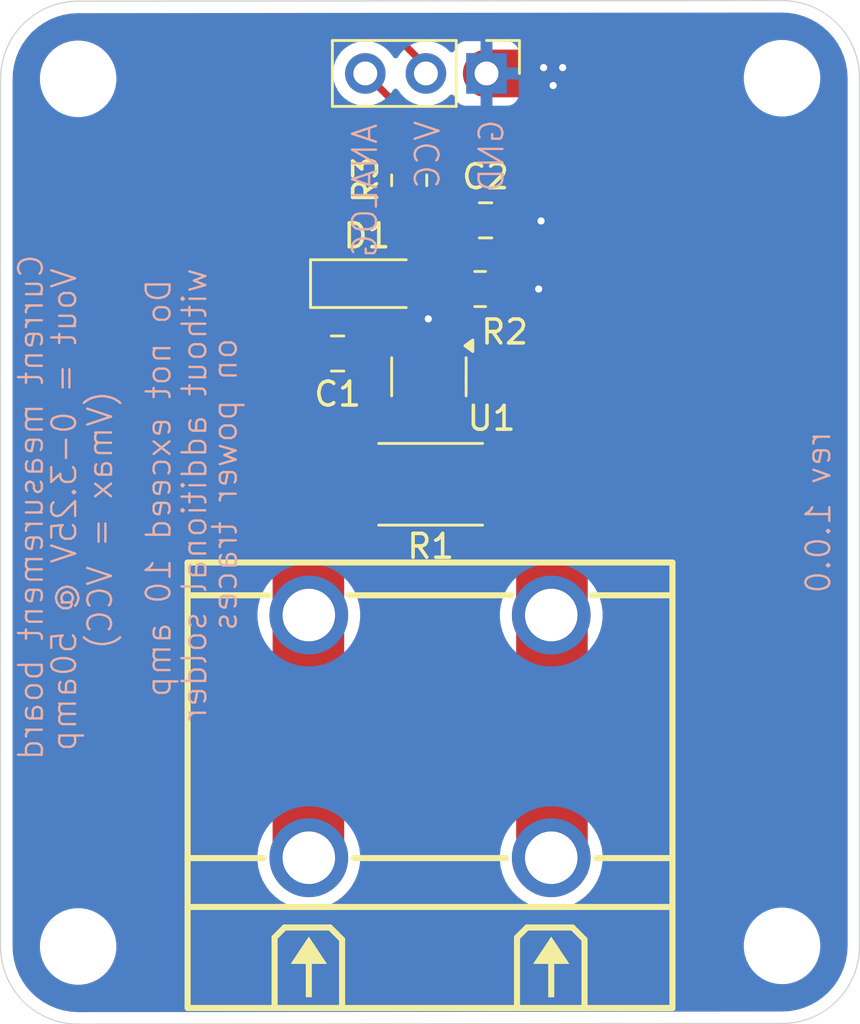
<source format=kicad_pcb>
(kicad_pcb (version 20241229) (generator "pcbnew") (generator_version "9.0")
  (layers (0 "F.Cu" signal) (2 "B.Cu" power) (13 "F.Paste" user) (15 "B.Paste" user) (5 "F.SilkS" user "F.Silkscreen") (7 "B.SilkS" user "B.Silkscreen") (1 "F.Mask" user) (3 "B.Mask" user) (25 "Edge.Cuts" user))
  (net 0 "")
  (net 1 "/Vin+")
  (net 2 "GND")
  (net 3 "Net-(D1-A)")
  (net 4 "VCC")
  (net 5 "/Vin-")
  (net 6 "/ANALOG_OUT")
  (footprint "Diode_SMD:D_SOD-123" (layer "F.Cu") (at 147.217889 103.195)
    (property "Reference" "D1" (at 0 -2 0) (layer "F.SilkS"))
    (property "Value" "D_Schottky" (hide yes))
    (fp_line (start -2.36 -1) (end -2.36 1) (stroke (width 0.12)) (layer "F.SilkS"))
    (fp_line (start -2.36 -1) (end 1.65 -1) (stroke (width 0.12)) (layer "F.SilkS"))
    (fp_line (start -2.36 1) (end 1.65 1) (stroke (width 0.12)) (layer "F.SilkS"))
    (pad "1" smd roundrect (at -1.65 0) (size 0.9 1.2) (layers "F.Cu" "F.Mask" "F.Paste") (net 4 "VCC"))
    (pad "2" smd roundrect (at 1.65 0) (size 0.9 1.2) (layers "F.Cu" "F.Mask" "F.Paste") (net 3 "Net-(D1-A)"))
  )
  (footprint "Capacitor_SMD:C_0805_2012Metric" (layer "F.Cu") (at 145.992889 106.12 180)
    (property "Reference" "C1" (at 0 -1.7 0) (layer "F.SilkS"))
    (property "Value" "100n" (hide yes))
    (fp_line (start -0.261252 0.735) (end 0.261252 0.735) (stroke (width 0.12)) (layer "F.SilkS"))
    (fp_line (start -0.261252 -0.735) (end 0.261252 -0.735) (stroke (width 0.12)) (layer "F.SilkS"))
    (pad "1" smd roundrect (at -0.95 0 180) (size 1 1.45) (layers "F.Cu" "F.Mask" "F.Paste") (net 1 "/Vin+"))
    (pad "2" smd roundrect (at 0.95 0 180) (size 1 1.45) (layers "F.Cu" "F.Mask" "F.Paste") (net 2 "GND"))
  )
  (footprint "Resistor_SMD:R_0805_2012Metric" (layer "F.Cu") (at 148.992889 98.87 -90)
    (property "Reference" "R3" (at -0.025 1.825 270) (layer "F.SilkS"))
    (property "Value" "220" (hide yes))
    (fp_line (start -0.227064 0.735) (end 0.227064 0.735) (stroke (width 0.12)) (layer "F.SilkS"))
    (fp_line (start -0.227064 -0.735) (end 0.227064 -0.735) (stroke (width 0.12)) (layer "F.SilkS"))
    (pad "1" smd roundrect (at -0.9125 0 270) (size 1.025 1.4) (layers "F.Cu" "F.Mask" "F.Paste") (roundrect_rratio 0.243902) (net 6 "/ANALOG_OUT"))
    (pad "2" smd roundrect (at 0.9125 0 270) (size 1.025 1.4) (layers "F.Cu" "F.Mask" "F.Paste") (roundrect_rratio 0.243902) (net 3 "Net-(D1-A)"))
  )
  (footprint "Resistor_SMD:R_0805_2012Metric" (layer "F.Cu") (at 151.967889 103.42)
    (property "Reference" "R2" (at 1.025 1.8 0) (layer "F.SilkS"))
    (property "Value" "130k" (hide yes))
    (fp_line (start -0.227064 -0.735) (end 0.227064 -0.735) (stroke (width 0.12)) (layer "F.SilkS"))
    (fp_line (start -0.227064 0.735) (end 0.227064 0.735) (stroke (width 0.12)) (layer "F.SilkS"))
    (pad "1" smd roundrect (at -0.9125 0) (size 1.025 1.4) (layers "F.Cu" "F.Mask" "F.Paste") (roundrect_rratio 0.243902) (net 3 "Net-(D1-A)"))
    (pad "2" smd roundrect (at 0.9125 0) (size 1.025 1.4) (layers "F.Cu" "F.Mask" "F.Paste") (roundrect_rratio 0.243902) (net 2 "GND"))
  )
  (footprint "Package_TO_SOT_SMD:SOT-23-5" (layer "F.Cu") (at 149.817889 107.095 -90)
    (property "Reference" "U1" (at 1.7375 -2.625 180) (layer "F.SilkS"))
    (property "Value" "INA169" (hide yes))
    (fp_line (start 0 1.56) (end -0.8 1.56) (stroke (width 0.12)) (layer "F.SilkS"))
    (fp_line (start 0 1.56) (end 0.8 1.56) (stroke (width 0.12)) (layer "F.SilkS"))
    (fp_line (start 0 -1.56) (end -0.8 -1.56) (stroke (width 0.12)) (layer "F.SilkS"))
    (fp_line (start 0 -1.56) (end 0.8 -1.56) (stroke (width 0.12)) (layer "F.SilkS"))
    (fp_poly (pts (xy -1.3 -1.51) (xy -1.54 -1.84) (xy -1.06 -1.84)) (stroke (width 0.12)) (fill yes) (layer "F.SilkS"))
    (pad "1" smd roundrect (at -1.1375 -0.95 270) (size 1.325 0.6) (layers "F.Cu" "F.Mask" "F.Paste") (net 3 "Net-(D1-A)"))
    (pad "2" smd roundrect (at -1.1375 0 270) (size 1.325 0.6) (layers "F.Cu" "F.Mask" "F.Paste") (net 2 "GND"))
    (pad "3" smd roundrect (at -1.1375 0.95 270) (size 1.325 0.6) (layers "F.Cu" "F.Mask" "F.Paste") (net 1 "/Vin+"))
    (pad "4" smd roundrect (at 1.1375 0.95 270) (size 1.325 0.6) (layers "F.Cu" "F.Mask" "F.Paste") (net 5 "/Vin-"))
    (pad "5" smd roundrect (at 1.1375 -0.95 270) (size 1.325 0.6) (layers "F.Cu" "F.Mask" "F.Paste") (net 1 "/Vin+"))
  )
  (footprint "MountingHole:MountingHole_2.7mm_M2.5" (layer "F.Cu") (at 164.617889 94.595)
    (property "Reference" "H2" (hide yes))
    (property "Value" "MountingHole" (hide yes))
    (pad "" np_thru_hole circle (at 0 0) (size 2.7 2.7) (drill 2.7) (layers "*.Cu" "*.Mask"))
  )
  (footprint "MountingHole:MountingHole_2.7mm_M2.5" (layer "F.Cu") (at 135.117889 130.945)
    (property "Reference" "H3" (hide yes))
    (property "Value" "MountingHole" (hide yes))
    (pad "" np_thru_hole circle (at 0 0) (size 2.7 2.7) (drill 2.7) (layers "*.Cu" "*.Mask"))
  )
  (footprint "MountingHole:MountingHole_2.7mm_M2.5" (layer "F.Cu") (at 164.617889 130.92)
    (property "Reference" "H4" (hide yes))
    (property "Value" "MountingHole" (hide yes))
    (pad "" np_thru_hole circle (at 0 0) (size 2.7 2.7) (drill 2.7) (layers "*.Cu" "*.Mask"))
  )
  (footprint "Connector_PinHeader_2.54mm:PinHeader_1x03_P2.54mm_Vertical" (layer "F.Cu") (at 152.232889 94.395 -90)
    (property "Reference" "J2" (hide yes))
    (property "Value" "Conn_01x03_Pin" (hide yes))
    (fp_line (start -1.38 6.46) (end 1.38 6.46) (stroke (width 0.12)) (layer "F.SilkS"))
    (fp_line (start -1.38 1.27) (end -1.38 6.46) (stroke (width 0.12)) (layer "F.SilkS"))
    (fp_line (start -1.38 1.27) (end 1.38 1.27) (stroke (width 0.12)) (layer "F.SilkS"))
    (fp_line (start 1.38 1.27) (end 1.38 6.46) (stroke (width 0.12)) (layer "F.SilkS"))
    (fp_line (start -1.38 0) (end -1.38 -1.38) (stroke (width 0.12)) (layer "F.SilkS"))
    (fp_line (start -1.38 -1.38) (end 0 -1.38) (stroke (width 0.12)) (layer "F.SilkS"))
    (pad "1" thru_hole rect (at 0 0 270) (size 1.7 1.7) (drill 1) (layers "*.Cu" "*.Mask") (net 2 "GND"))
    (pad "2" thru_hole circle (at 0 2.54 270) (size 1.7 1.7) (drill 1) (layers "*.Cu" "*.Mask") (net 4 "VCC"))
    (pad "3" thru_hole circle (at 0 5.08 270) (size 1.7 1.7) (drill 1) (layers "*.Cu" "*.Mask") (net 6 "/ANALOG_OUT"))
  )
  (footprint "Custom:CONN-TH_P10.16_KF135T-10.16-2P" (layer "F.Cu") (at 149.865389 122.15)
    (property "Reference" "J1" (hide yes))
    (property "Value" "Screw_Terminal_01x02" (hide yes))
    (fp_line (start -10.16 -7.28) (end -10.16 11.37) (stroke (width 0.254)) (layer "F.SilkS"))
    (fp_line (start -10.16 -7.28) (end 10.16 -7.28) (stroke (width 0.254)) (layer "F.SilkS"))
    (fp_line (start -10.16 -5.9075) (end -6.769 -5.9075) (stroke (width 0.254)) (layer "F.SilkS"))
    (fp_line (start -10.16 5.0955) (end -6.961 5.0955) (stroke (width 0.254)) (layer "F.SilkS"))
    (fp_line (start -10.16 7.141) (end 10.16 7.141) (stroke (width 0.254)) (layer "F.SilkS"))
    (fp_line (start -10.16 11.37) (end 10.16 11.37) (stroke (width 0.254)) (layer "F.SilkS"))
    (fp_line (start -6.515 8.42) (end -6.096 8.001) (stroke (width 0.254)) (layer "F.SilkS"))
    (fp_line (start -6.515 11.369) (end -6.515 8.42) (stroke (width 0.254)) (layer "F.SilkS"))
    (fp_line (start -6.096 8.001) (end -4.191 8.001) (stroke (width 0.254)) (layer "F.SilkS"))
    (fp_line (start -4.191 8.001) (end -3.6855 8.5065) (stroke (width 0.254)) (layer "F.SilkS"))
    (fp_line (start -3.6855 8.5065) (end -3.6855 11.369) (stroke (width 0.254)) (layer "F.SilkS"))
    (fp_line (start -3.391 -5.9075) (end 3.391 -5.9075) (stroke (width 0.254)) (layer "F.SilkS"))
    (fp_line (start -3.199 5.0955) (end 3.199 5.0955) (stroke (width 0.254)) (layer "F.SilkS"))
    (fp_line (start 3.645 8.42) (end 4.064 8.001) (stroke (width 0.254)) (layer "F.SilkS"))
    (fp_line (start 3.645 11.369) (end 3.645 8.42) (stroke (width 0.254)) (layer "F.SilkS"))
    (fp_line (start 4.064 8.001) (end 5.969 8.001) (stroke (width 0.254)) (layer "F.SilkS"))
    (fp_line (start 5.969 8.001) (end 6.4745 8.5065) (stroke (width 0.254)) (layer "F.SilkS"))
    (fp_line (start 6.4745 8.5065) (end 6.4745 11.369) (stroke (width 0.254)) (layer "F.SilkS"))
    (fp_line (start 6.769 -5.9075) (end 10.16 -5.9075) (stroke (width 0.254)) (layer "F.SilkS"))
    (fp_line (start 6.961 5.0955) (end 10.16 5.0955) (stroke (width 0.254)) (layer "F.SilkS"))
    (fp_line (start 10.16 -7.28) (end 10.16 11.37) (stroke (width 0.254)) (layer "F.SilkS"))
    (fp_poly (pts (xy -5.842 9.525) (xy -4.318 9.525) (xy -5.08 8.382)) (fill yes) (layer "F.SilkS"))
    (fp_poly (pts (xy 4.318 9.525) (xy 5.842 9.525) (xy 5.08 8.382)) (fill yes) (layer "F.SilkS"))
    (fp_poly (pts (xy -5.207 9.525) (xy -5.207 10.922) (xy -4.953 10.922) (xy -4.953 9.525)) (fill yes) (layer "F.SilkS"))
    (fp_poly (pts (xy 4.953 9.525) (xy 4.953 10.922) (xy 5.207 10.922) (xy 5.207 9.525)) (fill yes) (layer "F.SilkS"))
    (pad "1" thru_hole circle (at -5.08 -5.08) (size 3.3 3.3) (drill 2.2) (layers "*.Cu" "*.Mask") (net 5 "/Vin-"))
    (pad "1" thru_hole circle (at -5.08 5.08) (size 3.3 3.3) (drill 2.2) (layers "*.Cu" "*.Mask") (net 5 "/Vin-"))
    (pad "2" thru_hole circle (at 5.08 -5.08) (size 3.3 3.3) (drill 2.2) (layers "*.Cu" "*.Mask") (net 1 "/Vin+"))
    (pad "2" thru_hole circle (at 5.08 5.08) (size 3.3 3.3) (drill 2.2) (layers "*.Cu" "*.Mask") (net 1 "/Vin+"))
  )
  (footprint "Resistor_SMD:R_2512_6332Metric" (layer "F.Cu") (at 149.892889 111.595 180)
    (property "Reference" "R1" (at 0 -2.6 0) (layer "F.SilkS"))
    (property "Value" "0.5m" (hide yes))
    (fp_line (start -2.177064 1.71) (end 2.177064 1.71) (stroke (width 0.12)) (layer "F.SilkS"))
    (fp_line (start -2.177064 -1.71) (end 2.177064 -1.71) (stroke (width 0.12)) (layer "F.SilkS"))
    (pad "1" smd roundrect (at -2.9625 0 180) (size 1.225 3.35) (layers "F.Cu" "F.Mask" "F.Paste") (roundrect_rratio 0.204082) (net 1 "/Vin+"))
    (pad "2" smd roundrect (at 2.9625 0 180) (size 1.225 3.35) (layers "F.Cu" "F.Mask" "F.Paste") (roundrect_rratio 0.204082) (net 5 "/Vin-"))
  )
  (footprint "MountingHole:MountingHole_2.7mm_M2.5" (layer "F.Cu") (at 135.117889 94.62)
    (property "Reference" "H1" (hide yes))
    (property "Value" "MountingHole" (hide yes))
    (pad "" np_thru_hole circle (at 0 0) (size 2.7 2.7) (drill 2.7) (layers "*.Cu" "*.Mask"))
  )
  (footprint "Capacitor_SMD:C_0805_2012Metric" (layer "F.Cu") (at 152.192889 100.545)
    (property "Reference" "C2" (at 0 -1.825 0) (layer "F.SilkS"))
    (property "Value" "47n" (hide yes))
    (fp_line (start -0.261252 -0.735) (end 0.261252 -0.735) (stroke (width 0.12)) (layer "F.SilkS"))
    (fp_line (start -0.261252 0.735) (end 0.261252 0.735) (stroke (width 0.12)) (layer "F.SilkS"))
    (pad "1" smd roundrect (at -0.95 0) (size 1 1.45) (layers "F.Cu" "F.Mask" "F.Paste") (net 3 "Net-(D1-A)"))
    (pad "2" smd roundrect (at 0.95 0) (size 1 1.45) (layers "F.Cu" "F.Mask" "F.Paste") (net 2 "GND"))
  )
  (gr_poly (pts (xy 156.475 112.075) (xy 153.475 112.075) (xy 153.475 127.9) (xy 156.475 127.9)) (fill yes) (layer "F.Cu") (net 1))
  (gr_poly (pts (xy 143.267889 112.07) (xy 146.267889 112.07) (xy 146.267889 127.895) (xy 143.267889 127.895)) (fill yes) (layer "F.Cu") (net 5))
  (gr_curve (pts (xy 156.375 112.075) (xy 156.375 109.775) (xy 154.525 110.05) (xy 152.675 110.025)) (stroke (width 0.2)) (layer "F.Cu") (net 1))
  (gr_poly (pts (xy 154.025 113.8) (xy 153.55 113.675) (xy 152.825 112.85) (xy 153.125 110.15) (xy 154.6 110.125) (xy 155.6 110.425) (xy 156.1 110.975) (xy 156.325 111.825) (xy 156.225 112.325)) (stroke (width 0.2)) (fill yes) (layer "F.Cu") (net 1))
  (gr_poly (pts (xy 145.717889 113.795) (xy 146.192889 113.67) (xy 146.917889 112.845) (xy 146.617889 110.145) (xy 145.142889 110.12) (xy 144.142889 110.42) (xy 143.642889 110.97) (xy 143.417889 111.82) (xy 143.517889 112.32)) (stroke (width 0.2)) (fill yes) (layer "F.Cu") (net 5))
  (gr_curve (pts (xy 143.367889 112.07) (xy 143.367889 109.77) (xy 145.217889 110.045) (xy 147.067889 110.02)) (stroke (width 0.2)) (layer "F.Cu") (net 5))
  (gr_curve (pts (xy 145.867889 115.47) (xy 145.892889 112.745) (xy 147.742889 113.02) (xy 147.317889 113.12)) (stroke (width 0.2)) (layer "F.Cu") (net 5))
  (gr_curve (pts (xy 153.875 115.475) (xy 153.85 112.75) (xy 152 113.025) (xy 152.425 113.125)) (stroke (width 0.2)) (layer "F.Cu") (net 1))
  (gr_arc (start 164.617889 91.345) (mid 166.915986 92.296903) (end 167.867889 94.595) (stroke (width 0.05)) (layer "Edge.Cuts"))
  (gr_line (start 167.867889 130.92) (end 167.867889 94.595) (stroke (width 0.05)) (layer "Edge.Cuts"))
  (gr_arc (start 135.117889 134.195) (mid 132.819792 133.243097) (end 131.867889 130.945) (stroke (width 0.05)) (layer "Edge.Cuts"))
  (gr_line (start 164.617889 134.17) (end 135.117889 134.195) (stroke (width 0.05)) (layer "Edge.Cuts"))
  (gr_arc (start 131.867889 94.62) (mid 132.819792 92.321903) (end 135.117889 91.37) (stroke (width 0.05)) (layer "Edge.Cuts"))
  (gr_line (start 164.617889 91.345) (end 135.117889 91.37) (stroke (width 0.05)) (layer "Edge.Cuts"))
  (gr_arc (start 167.867889 130.92) (mid 166.915986 133.218097) (end 164.617889 134.17) (stroke (width 0.05)) (layer "Edge.Cuts"))
  (gr_line (start 131.867889 130.945) (end 131.867889 94.62) (stroke (width 0.05)) (layer "Edge.Cuts"))
  (gr_text "(Vmax = VCC)" (at 136.625 107.6 90) (layer "B.SilkS") (effects (font (size 1 1) (thickness 0.1)) (justify left bottom mirror)))
  (gr_text "VCC" (at 150.35 96.3 90) (layer "B.SilkS") (effects (font (size 1 1) (thickness 0.1)) (justify left bottom mirror)))
  (gr_text "Current measurement board" (at 133.725 101.9 90) (layer "B.SilkS") (effects (font (size 1 1) (thickness 0.1)) (justify left bottom mirror)))
  (gr_text "ANALOG" (at 147.725 96.425 90) (layer "B.SilkS") (effects (font (size 1 1) (thickness 0.1)) (justify left bottom mirror)))
  (gr_text "GND\n" (at 153.025 96.25 90) (layer "B.SilkS") (effects (font (size 1 1) (thickness 0.1)) (justify left bottom mirror)))
  (gr_text "without additional solder" (at 140.575 102.475 90) (layer "B.SilkS") (effects (font (size 1 1) (thickness 0.1)) (justify left bottom mirror)))
  (gr_text "rev 1.0.0" (at 166.725 109.3 90) (layer "B.SilkS") (effects (font (size 1 1) (thickness 0.1)) (justify left bottom mirror)))
  (gr_text "Do not exceed 10 amp" (at 139.075 102.925 90) (layer "B.SilkS") (effects (font (size 1 1) (thickness 0.1)) (justify left bottom mirror)))
  (gr_text "on power traces" (at 141.85 105.4 90) (layer "B.SilkS") (effects (font (size 1 1) (thickness 0.1)) (justify left bottom mirror)))
  (gr_text "Vout = 0-3.25V @ 50amp" (at 135.117889 102.475 90) (layer "B.SilkS") (effects (font (size 1 1) (thickness 0.1)) (justify left bottom mirror)))
  (segment (start 148.042889 107.22) (end 149.46789 107.22) (width 0.3) (layer "F.Cu") (net 1))
  (segment (start 152.392889 107.22) (end 149.46789 107.22) (width 0.3) (layer "F.Cu") (net 1))
  (segment (start 152.855389 111.595) (end 152.017889 111.595) (width 0.2) (layer "F.Cu") (net 1))
  (segment (start 152.017889 111.595) (end 151.842889 111.42) (width 0.2) (layer "F.Cu") (net 1))
  (segment (start 151.842889 111.42) (end 151.842889 110.02) (width 0.2) (layer "F.Cu") (net 1))
  (segment (start 150.767889 108.945) (end 150.767889 108.2325) (width 0.2) (layer "F.Cu") (net 1))
  (segment (start 148.867889 106.619999) (end 148.867889 105.9575) (width 0.3) (layer "F.Cu") (net 1))
  (segment (start 152.855389 111.595) (end 152.855389 107.6825) (width 0.3) (layer "F.Cu") (net 1))
  (segment (start 149.46789 107.22) (end 148.867889 106.619999) (width 0.3) (layer "F.Cu") (net 1))
  (segment (start 146.942889 106.12) (end 148.042889 107.22) (width 0.3) (layer "F.Cu") (net 1))
  (segment (start 151.842889 110.02) (end 150.767889 108.945) (width 0.2) (layer "F.Cu") (net 1))
  (segment (start 152.855389 107.6825) (end 152.392889 107.22) (width 0.3) (layer "F.Cu") (net 1))
  (segment (start 154.417889 103.42) (end 152.880389 103.42) (width 0.3) (layer "F.Cu") (net 2))
  (segment (start 149.792889 104.67) (end 149.792889 105.9325) (width 0.3) (layer "F.Cu") (net 2))
  (segment (start 154.525 94.4) (end 154.52 94.395) (width 2) (layer "F.Cu") (net 2))
  (segment (start 145.005389 106.1575) (end 145.042889 106.12) (width 0.3) (layer "F.Cu") (net 2))
  (segment (start 153.167889 100.57) (end 153.142889 100.545) (width 0.3) (layer "F.Cu") (net 2))
  (segment (start 154.517889 100.57) (end 153.167889 100.57) (width 0.3) (layer "F.Cu") (net 2))
  (segment (start 155.025 94.4) (end 154.525 94.4) (width 2) (layer "F.Cu") (net 2))
  (segment (start 154.52 94.395) (end 152.243889 94.395) (width 2) (layer "F.Cu") (net 2))
  (segment (start 149.792889 105.9325) (end 149.817889 105.9575) (width 0.3) (layer "F.Cu") (net 2))
  (via (at 155.025 94.9) (size 0.7) (drill 0.3) (layers "F.Cu" "B.Cu") (net 2))
  (via (at 154.417889 103.42) (size 0.7) (drill 0.3) (layers "F.Cu" "B.Cu") (net 2))
  (via (at 154.625 94.15) (size 0.7) (drill 0.3) (layers "F.Cu" "B.Cu") (net 2))
  (via (at 149.792889 104.67) (size 0.6) (drill 0.3) (layers "F.Cu" "B.Cu") (net 2))
  (via (at 154.517889 100.57) (size 0.7) (drill 0.3) (layers "F.Cu" "B.Cu") (net 2))
  (via (at 155.425 94.15) (size 0.7) (drill 0.3) (layers "F.Cu" "B.Cu") (net 2))
  (segment (start 150.767889 105.9575) (end 150.767889 103.7075) (width 0.3) (layer "F.Cu") (net 3))
  (segment (start 151.242889 103.2325) (end 151.055389 103.42) (width 0.3) (layer "F.Cu") (net 3))
  (segment (start 150.830389 103.195) (end 151.055389 103.42) (width 0.3) (layer "F.Cu") (net 3))
  (segment (start 148.867889 103.195) (end 150.830389 103.195) (width 0.3) (layer "F.Cu") (net 3))
  (segment (start 148.992889 99.7825) (end 150.480389 99.7825) (width 0.3) (layer "F.Cu") (net 3))
  (segment (start 150.480389 99.7825) (end 151.242889 100.545) (width 0.3) (layer "F.Cu") (net 3))
  (segment (start 150.767889 103.7075) (end 151.055389 103.42) (width 0.3) (layer "F.Cu") (net 3))
  (segment (start 151.242889 100.545) (end 151.242889 103.2325) (width 0.3) (layer "F.Cu") (net 3))
  (segment (start 148.192889 92.595) (end 145.017889 92.595) (width 0.3) (layer "F.Cu") (net 4))
  (segment (start 145.042889 103.195) (end 145.567889 103.195) (width 0.3) (layer "F.Cu") (net 4))
  (segment (start 143.642889 101.795) (end 145.042889 103.195) (width 0.3) (layer "F.Cu") (net 4))
  (segment (start 149.692889 94.395) (end 149.692889 94.095) (width 0.3) (layer "F.Cu") (net 4))
  (segment (start 143.642889 93.97) (end 143.642889 101.795) (width 0.3) (layer "F.Cu") (net 4))
  (segment (start 145.017889 92.595) (end 143.642889 93.97) (width 0.3) (layer "F.Cu") (net 4))
  (segment (start 149.692889 94.095) (end 148.192889 92.595) (width 0.3) (layer "F.Cu") (net 4))
  (segment (start 146.842889 111.595) (end 147.680389 111.595) (width 0.2) (layer "F.Cu") (net 5))
  (segment (start 147.855389 111.42) (end 147.855389 110.02) (width 0.2) (layer "F.Cu") (net 5))
  (segment (start 147.855389 110.02) (end 148.867889 109.0075) (width 0.2) (layer "F.Cu") (net 5))
  (segment (start 147.680389 111.595) (end 147.855389 111.42) (width 0.2) (layer "F.Cu") (net 5))
  (segment (start 148.867889 109.0075) (end 148.867889 108.2325) (width 0.2) (layer "F.Cu") (net 5))
  (segment (start 147.152889 94.395) (end 148.992889 96.235) (width 0.3) (layer "F.Cu") (net 6))
  (segment (start 148.992889 96.235) (end 148.992889 97.9575) (width 0.3) (layer "F.Cu") (net 6))
  (zone (net 2) (net_name "GND") (layer "B.Cu") (connect_pads (clearance 0.5)) (min_thickness 0.25) (fill yes (thermal_gap 0.5) (thermal_bridge_width 0.5))
    (polygon (pts (xy 131.875 91.55) (xy 167.85 91.325) (xy 167.85 134.2) (xy 131.925 134.075)))
  )
)
</source>
